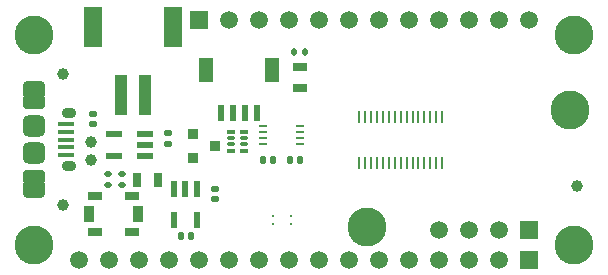
<source format=gbr>
%TF.GenerationSoftware,Altium Limited,Altium Designer,20.1.11 (218)*%
G04 Layer_Color=255*
%FSLAX26Y26*%
%MOIN*%
%TF.SameCoordinates,3C5C7FA7-1F59-4671-A418-6E2A2DAA0BFA*%
%TF.FilePolarity,Positive*%
%TF.FileFunction,Pads,Top*%
%TF.Part,Single*%
G01*
G75*
%TA.AperFunction,SMDPad,CuDef*%
G04:AMPARAMS|DCode=12|XSize=23.228mil|YSize=25.197mil|CornerRadius=5.923mil|HoleSize=0mil|Usage=FLASHONLY|Rotation=270.000|XOffset=0mil|YOffset=0mil|HoleType=Round|Shape=RoundedRectangle|*
%AMROUNDEDRECTD12*
21,1,0.023228,0.013351,0,0,270.0*
21,1,0.011382,0.025197,0,0,270.0*
1,1,0.011846,-0.006675,-0.005691*
1,1,0.011846,-0.006675,0.005691*
1,1,0.011846,0.006675,0.005691*
1,1,0.011846,0.006675,-0.005691*
%
%ADD12ROUNDEDRECTD12*%
G04:AMPARAMS|DCode=13|XSize=23.228mil|YSize=25.197mil|CornerRadius=5.923mil|HoleSize=0mil|Usage=FLASHONLY|Rotation=180.000|XOffset=0mil|YOffset=0mil|HoleType=Round|Shape=RoundedRectangle|*
%AMROUNDEDRECTD13*
21,1,0.023228,0.013351,0,0,180.0*
21,1,0.011382,0.025197,0,0,180.0*
1,1,0.011846,-0.005691,0.006675*
1,1,0.011846,0.005691,0.006675*
1,1,0.011846,0.005691,-0.006675*
1,1,0.011846,-0.005691,-0.006675*
%
%ADD13ROUNDEDRECTD13*%
%ADD14R,0.031496X0.049000*%
%ADD15R,0.035000X0.032000*%
%ADD16R,0.009840X0.039370*%
%ADD17R,0.059055X0.133858*%
%ADD18R,0.039370X0.137795*%
%ADD19R,0.023620X0.053150*%
%ADD20R,0.047240X0.078740*%
G04:AMPARAMS|DCode=21|XSize=19.685mil|YSize=23.622mil|CornerRadius=5.118mil|HoleSize=0mil|Usage=FLASHONLY|Rotation=270.000|XOffset=0mil|YOffset=0mil|HoleType=Round|Shape=RoundedRectangle|*
%AMROUNDEDRECTD21*
21,1,0.019685,0.013386,0,0,270.0*
21,1,0.009449,0.023622,0,0,270.0*
1,1,0.010236,-0.006693,-0.004724*
1,1,0.010236,-0.006693,0.004724*
1,1,0.010236,0.006693,0.004724*
1,1,0.010236,0.006693,-0.004724*
%
%ADD21ROUNDEDRECTD21*%
G04:AMPARAMS|DCode=22|XSize=25.591mil|YSize=15.748mil|CornerRadius=3.937mil|HoleSize=0mil|Usage=FLASHONLY|Rotation=0.000|XOffset=0mil|YOffset=0mil|HoleType=Round|Shape=RoundedRectangle|*
%AMROUNDEDRECTD22*
21,1,0.025591,0.007874,0,0,0.0*
21,1,0.017717,0.015748,0,0,0.0*
1,1,0.007874,0.008858,-0.003937*
1,1,0.007874,-0.008858,-0.003937*
1,1,0.007874,-0.008858,0.003937*
1,1,0.007874,0.008858,0.003937*
%
%ADD22ROUNDEDRECTD22*%
G04:AMPARAMS|DCode=23|XSize=25.591mil|YSize=11.811mil|CornerRadius=2.953mil|HoleSize=0mil|Usage=FLASHONLY|Rotation=0.000|XOffset=0mil|YOffset=0mil|HoleType=Round|Shape=RoundedRectangle|*
%AMROUNDEDRECTD23*
21,1,0.025591,0.005905,0,0,0.0*
21,1,0.019685,0.011811,0,0,0.0*
1,1,0.005906,0.009842,-0.002953*
1,1,0.005906,-0.009842,-0.002953*
1,1,0.005906,-0.009842,0.002953*
1,1,0.005906,0.009842,0.002953*
%
%ADD23ROUNDEDRECTD23*%
%ADD24C,0.007874*%
%ADD25C,0.002000*%
%ADD26C,0.039370*%
%ADD27R,0.020000X0.052000*%
%ADD28R,0.052000X0.020000*%
%ADD29R,0.029748X0.007843*%
%TA.AperFunction,ConnectorPad*%
G04:AMPARAMS|DCode=30|XSize=46.26mil|YSize=74.803mil|CornerRadius=11.565mil|HoleSize=0mil|Usage=FLASHONLY|Rotation=90.000|XOffset=0mil|YOffset=0mil|HoleType=Round|Shape=RoundedRectangle|*
%AMROUNDEDRECTD30*
21,1,0.046260,0.051673,0,0,90.0*
21,1,0.023130,0.074803,0,0,90.0*
1,1,0.023130,0.025837,0.011565*
1,1,0.023130,0.025837,-0.011565*
1,1,0.023130,-0.025837,-0.011565*
1,1,0.023130,-0.025837,0.011565*
%
%ADD30ROUNDEDRECTD30*%
G04:AMPARAMS|DCode=31|XSize=70.866mil|YSize=74.803mil|CornerRadius=17.716mil|HoleSize=0mil|Usage=FLASHONLY|Rotation=270.000|XOffset=0mil|YOffset=0mil|HoleType=Round|Shape=RoundedRectangle|*
%AMROUNDEDRECTD31*
21,1,0.070866,0.039370,0,0,270.0*
21,1,0.035433,0.074803,0,0,270.0*
1,1,0.035433,-0.019685,-0.017717*
1,1,0.035433,-0.019685,0.017717*
1,1,0.035433,0.019685,0.017717*
1,1,0.035433,0.019685,-0.017717*
%
%ADD31ROUNDEDRECTD31*%
G04:AMPARAMS|DCode=32|XSize=15.748mil|YSize=53.15mil|CornerRadius=3.937mil|HoleSize=0mil|Usage=FLASHONLY|Rotation=270.000|XOffset=0mil|YOffset=0mil|HoleType=Round|Shape=RoundedRectangle|*
%AMROUNDEDRECTD32*
21,1,0.015748,0.045276,0,0,270.0*
21,1,0.007874,0.053150,0,0,270.0*
1,1,0.007874,-0.022638,-0.003937*
1,1,0.007874,-0.022638,0.003937*
1,1,0.007874,0.022638,0.003937*
1,1,0.007874,0.022638,-0.003937*
%
%ADD32ROUNDEDRECTD32*%
%TA.AperFunction,SMDPad,CuDef*%
%ADD33R,0.045276X0.029528*%
%ADD34R,0.037402X0.055118*%
%ADD35R,0.049000X0.031496*%
G04:AMPARAMS|DCode=36|XSize=19.685mil|YSize=23.622mil|CornerRadius=5.118mil|HoleSize=0mil|Usage=FLASHONLY|Rotation=180.000|XOffset=0mil|YOffset=0mil|HoleType=Round|Shape=RoundedRectangle|*
%AMROUNDEDRECTD36*
21,1,0.019685,0.013386,0,0,180.0*
21,1,0.009449,0.023622,0,0,180.0*
1,1,0.010236,-0.004724,0.006693*
1,1,0.010236,0.004724,0.006693*
1,1,0.010236,0.004724,-0.006693*
1,1,0.010236,-0.004724,-0.006693*
%
%ADD36ROUNDEDRECTD36*%
%TA.AperFunction,ComponentPad*%
%ADD44C,0.059055*%
%ADD45R,0.059055X0.059055*%
%ADD46C,0.130000*%
G04:AMPARAMS|DCode=47|XSize=74.803mil|YSize=59.055mil|CornerRadius=14.764mil|HoleSize=0mil|Usage=FLASHONLY|Rotation=0.000|XOffset=0mil|YOffset=0mil|HoleType=Round|Shape=RoundedRectangle|*
%AMROUNDEDRECTD47*
21,1,0.074803,0.029527,0,0,0.0*
21,1,0.045276,0.059055,0,0,0.0*
1,1,0.029528,0.022638,-0.014764*
1,1,0.029528,-0.022638,-0.014764*
1,1,0.029528,-0.022638,0.014764*
1,1,0.029528,0.022638,0.014764*
%
%ADD47ROUNDEDRECTD47*%
%ADD48O,0.047244X0.035433*%
D12*
X704466Y251454D02*
D03*
Y284918D02*
D03*
X548245Y436899D02*
D03*
Y470363D02*
D03*
X297177Y501380D02*
D03*
Y534845D02*
D03*
D13*
X589125Y129191D02*
D03*
X622590D02*
D03*
X864040Y381868D02*
D03*
X897505D02*
D03*
X951986D02*
D03*
X985451D02*
D03*
D14*
X514186Y316163D02*
D03*
X443320D02*
D03*
D15*
X629030Y389092D02*
D03*
Y469801D02*
D03*
X703439Y429447D02*
D03*
D16*
X1322382Y523954D02*
D03*
X1184587D02*
D03*
X1204272D02*
D03*
X1223957D02*
D03*
X1243642D02*
D03*
X1263327D02*
D03*
X1283012D02*
D03*
X1302697D02*
D03*
X1342067D02*
D03*
X1361752D02*
D03*
X1381437D02*
D03*
X1401122D02*
D03*
X1420807D02*
D03*
X1440492D02*
D03*
X1460177D02*
D03*
X1361752Y370411D02*
D03*
X1342067D02*
D03*
X1302697D02*
D03*
X1381437D02*
D03*
X1440492D02*
D03*
X1420807D02*
D03*
X1401122D02*
D03*
X1204272D02*
D03*
X1184587D02*
D03*
X1322382D02*
D03*
X1223957D02*
D03*
X1283012D02*
D03*
X1263327D02*
D03*
X1243642D02*
D03*
X1460177D02*
D03*
D17*
X561890Y826378D02*
D03*
X298110D02*
D03*
D18*
X469370Y600000D02*
D03*
X390630D02*
D03*
D19*
X724272Y538378D02*
D03*
X763642D02*
D03*
X803022D02*
D03*
X842392D02*
D03*
D20*
X673092Y683068D02*
D03*
X893572D02*
D03*
D21*
X394550Y298932D02*
D03*
Y334365D02*
D03*
X346687Y298932D02*
D03*
Y334365D02*
D03*
D22*
X758327Y412474D02*
D03*
Y475466D02*
D03*
X801635Y412474D02*
D03*
Y475466D02*
D03*
D23*
X758327Y434127D02*
D03*
Y453812D02*
D03*
X801635Y434127D02*
D03*
Y453812D02*
D03*
D24*
X955200Y168900D02*
D03*
Y195500D02*
D03*
X898200Y168500D02*
D03*
Y195100D02*
D03*
D25*
X841200Y170500D02*
D03*
Y195100D02*
D03*
X1012200Y170500D02*
D03*
Y195100D02*
D03*
D26*
X288582Y381577D02*
D03*
X1909612Y296567D02*
D03*
X288582Y442300D02*
D03*
X196850Y669685D02*
D03*
Y230506D02*
D03*
D27*
X566978Y182902D02*
D03*
Y284902D02*
D03*
X641781Y182902D02*
D03*
X604379Y284902D02*
D03*
X641781D02*
D03*
D28*
X367008Y394996D02*
D03*
Y469799D02*
D03*
X469008Y394996D02*
D03*
Y432397D02*
D03*
Y469799D02*
D03*
D29*
X864850Y435472D02*
D03*
Y455158D02*
D03*
Y474842D02*
D03*
Y494528D02*
D03*
X985150Y435472D02*
D03*
Y455158D02*
D03*
Y474842D02*
D03*
Y494528D02*
D03*
D30*
X100000Y324537D02*
D03*
Y575463D02*
D03*
D31*
Y495276D02*
D03*
Y404724D02*
D03*
D32*
X205315Y424409D02*
D03*
Y398819D02*
D03*
Y475591D02*
D03*
Y501181D02*
D03*
Y450000D02*
D03*
D33*
X303992Y142961D02*
D03*
Y263039D02*
D03*
X428008Y142961D02*
D03*
Y263039D02*
D03*
D34*
X284307Y203000D02*
D03*
X447693D02*
D03*
D35*
X986145Y622116D02*
D03*
Y692982D02*
D03*
D36*
X967901Y743387D02*
D03*
X1003334D02*
D03*
D44*
X1550000Y150000D02*
D03*
X1450000D02*
D03*
X1650000D02*
D03*
X750000Y850000D02*
D03*
X850000D02*
D03*
X950000D02*
D03*
X1150000D02*
D03*
X1250000D02*
D03*
X1050000D02*
D03*
X1650000D02*
D03*
X1750000D02*
D03*
X1350000D02*
D03*
X1550000D02*
D03*
X1450000D02*
D03*
X1250000Y50000D02*
D03*
X1150000D02*
D03*
X1350000D02*
D03*
X950000D02*
D03*
X850000D02*
D03*
X1050000D02*
D03*
X1650000D02*
D03*
X1450000D02*
D03*
X1550000D02*
D03*
X250000D02*
D03*
X350000D02*
D03*
X450000D02*
D03*
X550000D02*
D03*
X750000D02*
D03*
X650000D02*
D03*
D45*
X1750000Y150000D02*
D03*
X650000Y850000D02*
D03*
X1750000Y50000D02*
D03*
D46*
X1885847Y548048D02*
D03*
X1210847Y158048D02*
D03*
X100000Y800000D02*
D03*
X1900000Y100000D02*
D03*
Y800000D02*
D03*
X100000Y100000D02*
D03*
D47*
Y285630D02*
D03*
Y614370D02*
D03*
D48*
X218110Y362402D02*
D03*
Y537598D02*
D03*
%TF.MD5,06f843630c684d664b3ee6d849eb603b*%
M02*

</source>
